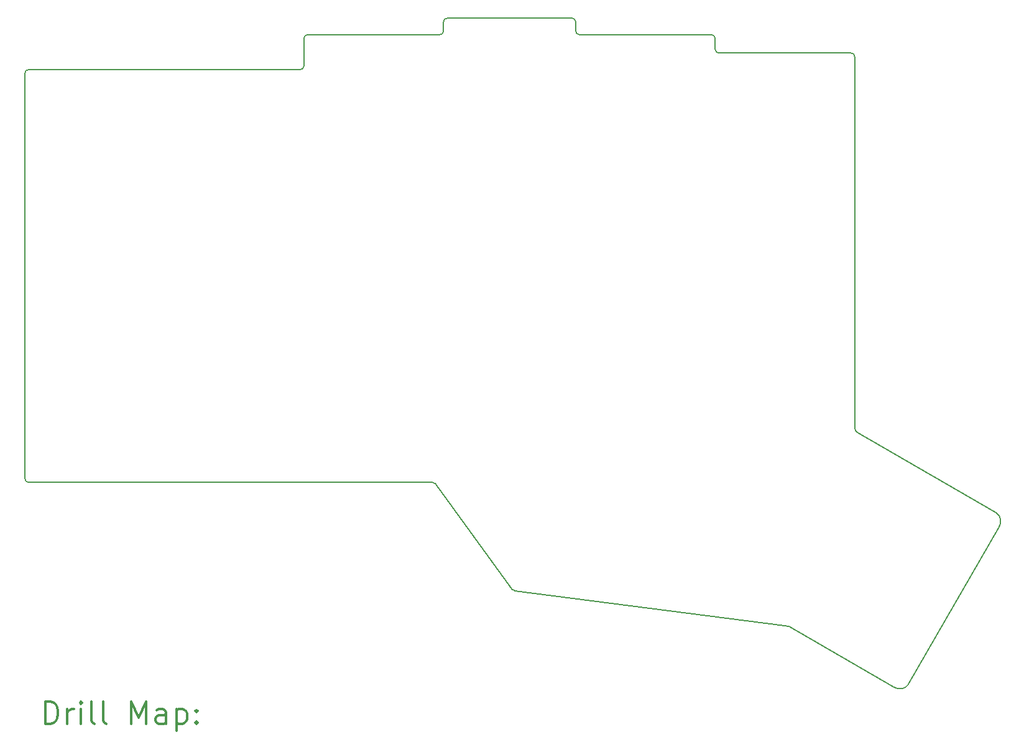
<source format=gbr>
%FSLAX45Y45*%
G04 Gerber Fmt 4.5, Leading zero omitted, Abs format (unit mm)*
G04 Created by KiCad (PCBNEW 5.1.5+dfsg1-2~bpo10+1) date 2020-11-03 09:19:00*
%MOMM*%
%LPD*%
G04 APERTURE LIST*
%TA.AperFunction,Profile*%
%ADD10C,0.150000*%
%TD*%
%ADD11C,0.200000*%
%ADD12C,0.300000*%
G04 APERTURE END LIST*
D10*
X17435000Y-11747500D02*
G75*
G02X17399728Y-11681019I49728J68981D01*
G01*
X19327051Y-12839699D02*
G75*
G02X19365000Y-13032500I-77051J-115301D01*
G01*
X19327051Y-12839699D02*
X17435000Y-11747500D01*
X18129726Y-15178146D02*
G75*
G02X17936925Y-15216096I-115301J77051D01*
G01*
X16442056Y-14377034D02*
G75*
G02X16507500Y-14390000I-33315J-339810D01*
G01*
X18129726Y-15178146D02*
X19365000Y-13032500D01*
X16507500Y-14390000D02*
X17936925Y-15216096D01*
X12775000Y-13900000D02*
X16442056Y-14377034D01*
X12739645Y-13885355D02*
G75*
G03X12775000Y-13900000I35355J35355D01*
G01*
X11685355Y-12439645D02*
X12739645Y-13885355D01*
X17400000Y-6625000D02*
X17399728Y-11681019D01*
X17400000Y-6625000D02*
G75*
G03X17350000Y-6575000I-50000J0D01*
G01*
X11685355Y-12439645D02*
G75*
G03X11650000Y-12425000I-35355J-35355D01*
G01*
X6100000Y-12375000D02*
G75*
G03X6150000Y-12425000I50000J0D01*
G01*
X6150000Y-6800000D02*
G75*
G03X6100000Y-6850000I0J-50000D01*
G01*
X9850000Y-6800000D02*
G75*
G03X9900000Y-6750000I0J50000D01*
G01*
X9950000Y-6325000D02*
G75*
G03X9900000Y-6375000I0J-50000D01*
G01*
X11750000Y-6325000D02*
G75*
G03X11800000Y-6275000I0J50000D01*
G01*
X11850000Y-6100000D02*
G75*
G03X11800000Y-6150000I0J-50000D01*
G01*
X13600000Y-6150000D02*
G75*
G03X13550000Y-6100000I-50000J0D01*
G01*
X13600000Y-6275000D02*
G75*
G03X13650000Y-6325000I50000J0D01*
G01*
X15500000Y-6375000D02*
G75*
G03X15450000Y-6325000I-50000J0D01*
G01*
X15500000Y-6525000D02*
G75*
G03X15550000Y-6575000I50000J0D01*
G01*
X11650000Y-12425000D02*
X6150000Y-12425000D01*
X6100000Y-6850000D02*
X6100000Y-12375000D01*
X9850000Y-6800000D02*
X6150000Y-6800000D01*
X9900000Y-6375000D02*
X9900000Y-6750000D01*
X11750000Y-6325000D02*
X9950000Y-6325000D01*
X11800000Y-6150000D02*
X11800000Y-6275000D01*
X13550000Y-6100000D02*
X11850000Y-6100000D01*
X13600000Y-6275000D02*
X13600000Y-6150000D01*
X15450000Y-6325000D02*
X13650000Y-6325000D01*
X15500000Y-6525000D02*
X15500000Y-6375000D01*
X17350000Y-6575000D02*
X15550000Y-6575000D01*
D11*
D12*
X6378928Y-15712987D02*
X6378928Y-15412987D01*
X6450357Y-15412987D01*
X6493214Y-15427272D01*
X6521786Y-15455844D01*
X6536071Y-15484415D01*
X6550357Y-15541558D01*
X6550357Y-15584415D01*
X6536071Y-15641558D01*
X6521786Y-15670129D01*
X6493214Y-15698701D01*
X6450357Y-15712987D01*
X6378928Y-15712987D01*
X6678928Y-15712987D02*
X6678928Y-15512987D01*
X6678928Y-15570129D02*
X6693214Y-15541558D01*
X6707500Y-15527272D01*
X6736071Y-15512987D01*
X6764643Y-15512987D01*
X6864643Y-15712987D02*
X6864643Y-15512987D01*
X6864643Y-15412987D02*
X6850357Y-15427272D01*
X6864643Y-15441558D01*
X6878928Y-15427272D01*
X6864643Y-15412987D01*
X6864643Y-15441558D01*
X7050357Y-15712987D02*
X7021786Y-15698701D01*
X7007500Y-15670129D01*
X7007500Y-15412987D01*
X7207500Y-15712987D02*
X7178928Y-15698701D01*
X7164643Y-15670129D01*
X7164643Y-15412987D01*
X7550357Y-15712987D02*
X7550357Y-15412987D01*
X7650357Y-15627272D01*
X7750357Y-15412987D01*
X7750357Y-15712987D01*
X8021786Y-15712987D02*
X8021786Y-15555844D01*
X8007500Y-15527272D01*
X7978928Y-15512987D01*
X7921786Y-15512987D01*
X7893214Y-15527272D01*
X8021786Y-15698701D02*
X7993214Y-15712987D01*
X7921786Y-15712987D01*
X7893214Y-15698701D01*
X7878928Y-15670129D01*
X7878928Y-15641558D01*
X7893214Y-15612987D01*
X7921786Y-15598701D01*
X7993214Y-15598701D01*
X8021786Y-15584415D01*
X8164643Y-15512987D02*
X8164643Y-15812987D01*
X8164643Y-15527272D02*
X8193214Y-15512987D01*
X8250357Y-15512987D01*
X8278928Y-15527272D01*
X8293214Y-15541558D01*
X8307500Y-15570129D01*
X8307500Y-15655844D01*
X8293214Y-15684415D01*
X8278928Y-15698701D01*
X8250357Y-15712987D01*
X8193214Y-15712987D01*
X8164643Y-15698701D01*
X8436071Y-15684415D02*
X8450357Y-15698701D01*
X8436071Y-15712987D01*
X8421786Y-15698701D01*
X8436071Y-15684415D01*
X8436071Y-15712987D01*
X8436071Y-15527272D02*
X8450357Y-15541558D01*
X8436071Y-15555844D01*
X8421786Y-15541558D01*
X8436071Y-15527272D01*
X8436071Y-15555844D01*
M02*

</source>
